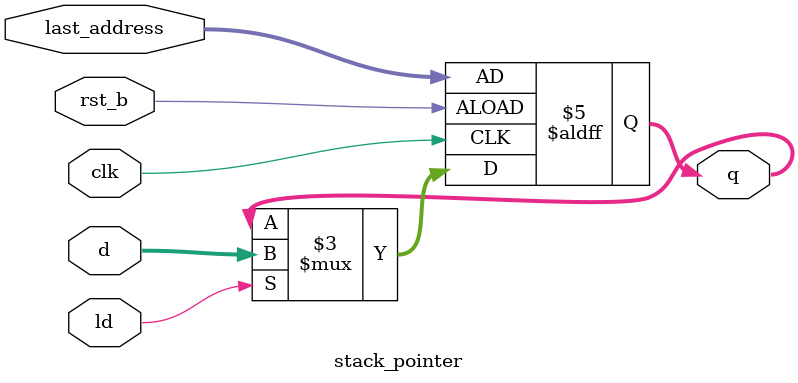
<source format=v>
module stack_pointer(
	input clk, rst_b, ld,
	input [15:0] d, last_address,
	output reg [15:0] q
);
	always @ (posedge clk, negedge rst_b) begin
		if (!rst_b)			
		   q <= last_address;
		else if (ld)			
		   q <= d;
	end
endmodule
</source>
